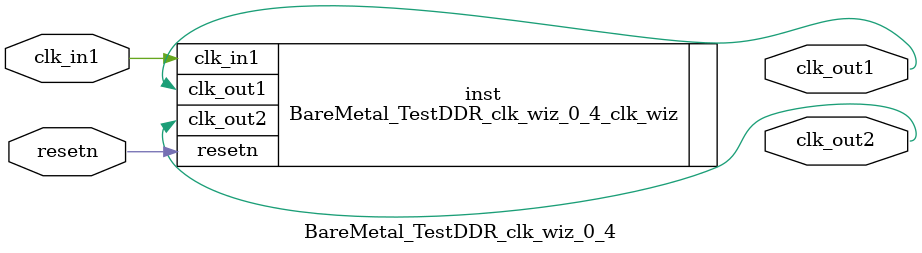
<source format=v>


`timescale 1ps/1ps

(* CORE_GENERATION_INFO = "BareMetal_TestDDR_clk_wiz_0_4,clk_wiz_v6_0_11_0_0,{component_name=BareMetal_TestDDR_clk_wiz_0_4,use_phase_alignment=true,use_min_o_jitter=false,use_max_i_jitter=false,use_dyn_phase_shift=false,use_inclk_switchover=false,use_dyn_reconfig=false,enable_axi=0,feedback_source=FDBK_AUTO,PRIMITIVE=PLL,num_out_clk=2,clkin1_period=10.000,clkin2_period=10.000,use_power_down=false,use_reset=true,use_locked=false,use_inclk_stopped=false,feedback_type=SINGLE,CLOCK_MGR_TYPE=NA,manual_override=false}" *)

module BareMetal_TestDDR_clk_wiz_0_4 
 (
  // Clock out ports
  output        clk_out1,
  output        clk_out2,
  // Status and control signals
  input         resetn,
 // Clock in ports
  input         clk_in1
 );

  BareMetal_TestDDR_clk_wiz_0_4_clk_wiz inst
  (
  // Clock out ports  
  .clk_out1(clk_out1),
  .clk_out2(clk_out2),
  // Status and control signals               
  .resetn(resetn), 
 // Clock in ports
  .clk_in1(clk_in1)
  );

endmodule

</source>
